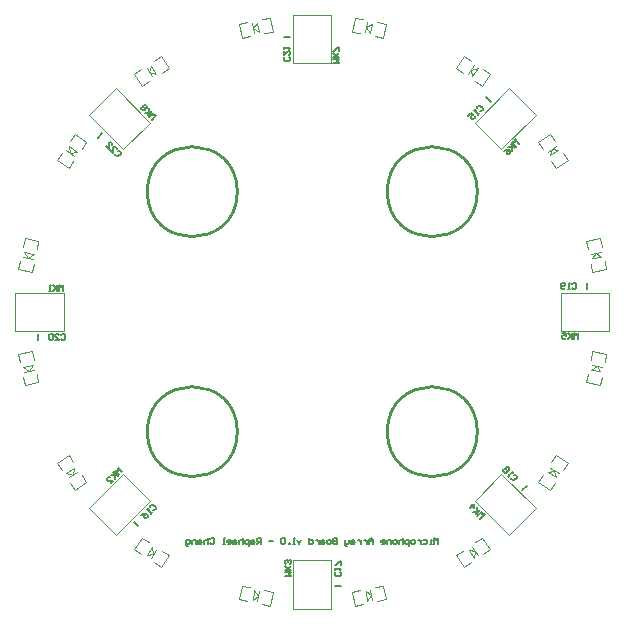
<source format=gbo>
G04 Layer_Color=48896*
%FSAX25Y25*%
%MOIN*%
G70*
G01*
G75*
%ADD30C,0.01000*%
%ADD53C,0.00394*%
%ADD54C,0.00500*%
D30*
X0484000Y0301500D02*
G03*
X0484000Y0301500I-0015000J0000000D01*
G01*
X0564000D02*
G03*
X0564000Y0301500I-0015000J0000000D01*
G01*
Y0221500D02*
G03*
X0564000Y0221500I-0015000J0000000D01*
G01*
X0484000D02*
G03*
X0484000Y0221500I-0015000J0000000D01*
G01*
D53*
X0434578Y0327013D02*
X0443487Y0335922D01*
X0434578Y0327013D02*
X0445992Y0315599D01*
X0454901Y0324508D01*
X0443487Y0335922D02*
X0454901Y0324508D01*
X0515299Y0344307D02*
Y0360449D01*
X0502701Y0344307D02*
X0515299D01*
X0502701D02*
Y0360449D01*
X0515299D01*
X0574513Y0335922D02*
X0583422Y0327013D01*
X0563099Y0324508D02*
X0574513Y0335922D01*
X0563099Y0324508D02*
X0572008Y0315599D01*
X0583422Y0327013D01*
X0591807Y0255201D02*
X0607949D01*
X0591807D02*
Y0267799D01*
X0607949D01*
Y0255201D02*
Y0267799D01*
X0574513Y0187078D02*
X0583422Y0195987D01*
X0572008Y0207401D02*
X0583422Y0195987D01*
X0563099Y0198492D02*
X0572008Y0207401D01*
X0563099Y0198492D02*
X0574513Y0187078D01*
X0502701Y0162551D02*
Y0178693D01*
X0515299D01*
Y0162551D02*
Y0178693D01*
X0502701Y0162551D02*
X0515299D01*
X0434578Y0195987D02*
X0443487Y0187078D01*
X0454901Y0198492D01*
X0445992Y0207401D02*
X0454901Y0198492D01*
X0434578Y0195987D02*
X0445992Y0207401D01*
X0410051Y0267799D02*
X0426193D01*
Y0255201D02*
Y0267799D01*
X0410051Y0255201D02*
X0426193D01*
X0410051D02*
Y0267799D01*
X0417151Y0240721D02*
X0417708Y0237922D01*
X0412517Y0239800D02*
X0413074Y0237000D01*
X0411000Y0247426D02*
X0411557Y0244626D01*
X0411000Y0247426D02*
X0415634Y0248347D01*
X0416191Y0245548D01*
X0413074Y0237000D02*
X0417708Y0237922D01*
X0412870Y0241557D02*
X0416153Y0242209D01*
X0412638Y0243135D02*
X0414511Y0241883D01*
X0415764Y0243757D01*
X0412656Y0243139D02*
X0415745Y0243753D01*
X0415634Y0274653D02*
X0416191Y0277452D01*
X0411000Y0275574D02*
X0411557Y0278374D01*
X0412517Y0283200D02*
X0413074Y0286000D01*
X0417708Y0285078D01*
X0417151Y0282279D02*
X0417708Y0285078D01*
X0411000Y0275574D02*
X0415634Y0274653D01*
X0412556Y0279862D02*
X0415838Y0279209D01*
X0412945Y0281409D02*
X0414197Y0279535D01*
X0416071Y0280788D01*
X0412963Y0281406D02*
X0416052Y0280791D01*
X0427774Y0309381D02*
X0429360Y0311754D01*
X0423846Y0312006D02*
X0425432Y0314379D01*
X0428166Y0318471D02*
X0429752Y0320844D01*
X0433680Y0318219D01*
X0432094Y0315846D02*
X0433680Y0318219D01*
X0423846Y0312006D02*
X0427774Y0309381D01*
X0426924Y0315372D02*
X0429706Y0313512D01*
X0427876Y0316653D02*
X0428315Y0314442D01*
X0430526Y0314882D01*
X0427891Y0316642D02*
X0430510Y0314892D01*
X0452281Y0336820D02*
X0454654Y0338406D01*
X0449656Y0340748D02*
X0452029Y0342334D01*
X0456121Y0345068D02*
X0458494Y0346654D01*
X0461119Y0342726D01*
X0458746Y0341140D02*
X0461119Y0342726D01*
X0449656Y0340748D02*
X0452281Y0336820D01*
X0453788Y0342680D02*
X0455647Y0339898D01*
X0454717Y0341289D02*
X0455157Y0343499D01*
X0454717Y0341289D02*
X0456928Y0340849D01*
X0455167Y0343484D02*
X0456917Y0340865D01*
X0485422Y0352792D02*
X0488221Y0353349D01*
X0484500Y0357426D02*
X0487300Y0357982D01*
X0492126Y0358943D02*
X0494926Y0359500D01*
X0495848Y0354866D01*
X0493048Y0354309D02*
X0495848Y0354866D01*
X0484500Y0357426D02*
X0485422Y0352792D01*
X0489056Y0357630D02*
X0489709Y0354347D01*
X0489383Y0355989D02*
X0490635Y0357862D01*
X0489383Y0355989D02*
X0491257Y0354736D01*
X0490639Y0357844D02*
X0491253Y0354755D01*
X0522153Y0354866D02*
X0524952Y0354309D01*
X0523074Y0359500D02*
X0525874Y0358943D01*
X0530700Y0357982D02*
X0533500Y0357426D01*
X0532578Y0352792D02*
X0533500Y0357426D01*
X0529779Y0353349D02*
X0532578Y0352792D01*
X0522153Y0354866D02*
X0523074Y0359500D01*
X0526709Y0354662D02*
X0527362Y0357944D01*
X0527035Y0356303D02*
X0528909Y0357555D01*
X0527035Y0356303D02*
X0528288Y0354429D01*
X0528291Y0354448D02*
X0528906Y0357537D01*
X0556881Y0342726D02*
X0559254Y0341140D01*
X0559506Y0346654D02*
X0561879Y0345068D01*
X0565971Y0342334D02*
X0568344Y0340748D01*
X0565719Y0336820D02*
X0568344Y0340748D01*
X0563346Y0338406D02*
X0565719Y0336820D01*
X0556881Y0342726D02*
X0559506Y0346654D01*
X0561013Y0340793D02*
X0562872Y0343576D01*
X0561942Y0342185D02*
X0564153Y0342624D01*
X0561942Y0342185D02*
X0562382Y0339974D01*
X0562392Y0339990D02*
X0564142Y0342609D01*
X0584320Y0318219D02*
X0585906Y0315846D01*
X0588248Y0320844D02*
X0589834Y0318471D01*
X0592568Y0314379D02*
X0594154Y0312006D01*
X0590226Y0309381D02*
X0594154Y0312006D01*
X0588640Y0311754D02*
X0590226Y0309381D01*
X0584320Y0318219D02*
X0588248Y0320844D01*
X0587398Y0314853D02*
X0590180Y0316712D01*
X0588789Y0315783D02*
X0590999Y0315343D01*
X0588349Y0313572D02*
X0588789Y0315783D01*
X0588365Y0313583D02*
X0590984Y0315333D01*
X0600292Y0285078D02*
X0600849Y0282279D01*
X0604926Y0286000D02*
X0605482Y0283200D01*
X0606443Y0278374D02*
X0606999Y0275574D01*
X0602366Y0274653D02*
X0606999Y0275574D01*
X0601809Y0277452D02*
X0602366Y0274653D01*
X0600292Y0285078D02*
X0604926Y0286000D01*
X0601847Y0280791D02*
X0605129Y0281443D01*
X0603488Y0281117D02*
X0605363Y0279865D01*
X0602236Y0279243D02*
X0603488Y0281117D01*
X0602255Y0279247D02*
X0605344Y0279861D01*
X0601809Y0245548D02*
X0602366Y0248347D01*
X0606443Y0244626D02*
X0606999Y0247426D01*
X0604926Y0237000D02*
X0605482Y0239800D01*
X0600292Y0237922D02*
X0604926Y0237000D01*
X0600292Y0237922D02*
X0600849Y0240721D01*
X0602366Y0248347D02*
X0606999Y0247426D01*
X0602162Y0243791D02*
X0605444Y0243138D01*
X0603803Y0243465D02*
X0605055Y0241591D01*
X0601929Y0242212D02*
X0603803Y0243465D01*
X0601948Y0242209D02*
X0605037Y0241594D01*
X0588640Y0211246D02*
X0590226Y0213619D01*
X0592568Y0208621D02*
X0594154Y0210994D01*
X0588248Y0202156D02*
X0589834Y0204529D01*
X0584320Y0204781D02*
X0588248Y0202156D01*
X0584320Y0204781D02*
X0585906Y0207154D01*
X0590226Y0213619D02*
X0594154Y0210994D01*
X0588294Y0209488D02*
X0591076Y0207628D01*
X0589685Y0208558D02*
X0590125Y0206347D01*
X0587474Y0208118D02*
X0589685Y0208558D01*
X0587490Y0208108D02*
X0590109Y0206358D01*
X0563346Y0184594D02*
X0565719Y0186180D01*
X0565971Y0180666D02*
X0568344Y0182252D01*
X0559506Y0176346D02*
X0561879Y0177932D01*
X0556881Y0180274D02*
X0559506Y0176346D01*
X0556881Y0180274D02*
X0559254Y0181860D01*
X0565719Y0186180D02*
X0568344Y0182252D01*
X0562353Y0183102D02*
X0564213Y0180320D01*
X0562843Y0179501D02*
X0563283Y0181711D01*
X0561072Y0182151D02*
X0563283Y0181711D01*
X0561083Y0182135D02*
X0562833Y0179516D01*
X0529779Y0169651D02*
X0532578Y0170208D01*
X0530700Y0165017D02*
X0533500Y0165574D01*
X0523074Y0163500D02*
X0525874Y0164057D01*
X0522153Y0168134D02*
X0523074Y0163500D01*
X0522153Y0168134D02*
X0524952Y0168691D01*
X0532578Y0170208D02*
X0533500Y0165574D01*
X0528291Y0168653D02*
X0528943Y0165370D01*
X0527365Y0165138D02*
X0528617Y0167011D01*
X0526743Y0168264D02*
X0528617Y0167011D01*
X0526747Y0168245D02*
X0527361Y0165156D01*
X0493048Y0168691D02*
X0495848Y0168134D01*
X0492126Y0164057D02*
X0494926Y0163500D01*
X0484500Y0165574D02*
X0487300Y0165017D01*
X0484500Y0165574D02*
X0485422Y0170208D01*
X0488221Y0169651D01*
X0494926Y0163500D02*
X0495848Y0168134D01*
X0490638Y0165056D02*
X0491291Y0168338D01*
X0489091Y0165445D02*
X0490965Y0166697D01*
X0489712Y0168571D02*
X0490965Y0166697D01*
X0489094Y0165463D02*
X0489709Y0168552D01*
X0458746Y0181860D02*
X0461119Y0180274D01*
X0456121Y0177932D02*
X0458494Y0176346D01*
X0449656Y0182252D02*
X0452029Y0180666D01*
X0449656Y0182252D02*
X0452281Y0186180D01*
X0454654Y0184594D01*
X0458494Y0176346D02*
X0461119Y0180274D01*
X0455128Y0179424D02*
X0456987Y0182206D01*
X0453847Y0180376D02*
X0456058Y0180815D01*
X0455618Y0183026D02*
X0456058Y0180815D01*
X0453858Y0180391D02*
X0455608Y0183010D01*
X0432094Y0207154D02*
X0433680Y0204781D01*
X0428166Y0204529D02*
X0429752Y0202156D01*
X0423846Y0210994D02*
X0425432Y0208621D01*
X0423846Y0210994D02*
X0427774Y0213619D01*
X0429360Y0211246D01*
X0429752Y0202156D02*
X0433680Y0204781D01*
X0427820Y0206288D02*
X0430602Y0208147D01*
X0427001Y0207657D02*
X0429211Y0207217D01*
X0429651Y0209428D01*
X0427016Y0207667D02*
X0429635Y0209417D01*
D54*
X0437582Y0319483D02*
X0438996Y0320897D01*
X0499500Y0353000D02*
X0501500D01*
X0417500Y0254000D02*
X0417500Y0252000D01*
X0600500Y0269000D02*
Y0271000D01*
X0579004Y0202103D02*
X0580418Y0203517D01*
X0516500Y0170000D02*
X0518500D01*
X0449603Y0191496D02*
X0451017Y0190082D01*
X0566983Y0332918D02*
X0568397Y0331504D01*
X0426000Y0268500D02*
Y0270499D01*
X0425334Y0269833D01*
X0424667Y0270499D01*
Y0268500D01*
X0424001Y0270499D02*
Y0268500D01*
Y0269166D01*
X0422668Y0270499D01*
X0423667Y0269500D01*
X0422668Y0268500D01*
X0422001D02*
X0421335D01*
X0421668D01*
Y0270499D01*
X0422001Y0270166D01*
X0455500Y0325500D02*
X0456914Y0326914D01*
X0455971D01*
Y0327856D01*
X0454558Y0326443D01*
X0455500Y0328327D02*
X0454086Y0326914D01*
X0454558Y0327385D01*
Y0329270D01*
Y0327856D01*
X0453144D01*
X0453851Y0329506D02*
Y0329977D01*
X0453379Y0330448D01*
X0452908D01*
X0452672Y0330212D01*
Y0329741D01*
X0452201Y0329741D01*
X0451966Y0329506D01*
X0451966Y0329034D01*
X0452437Y0328563D01*
X0452908D01*
X0453144Y0328799D01*
Y0329270D01*
X0453615Y0329270D01*
X0453851Y0329506D01*
X0453144Y0329270D02*
X0452672Y0329741D01*
X0516000Y0344500D02*
X0517999D01*
X0517333Y0345166D01*
X0517999Y0345833D01*
X0516000D01*
X0517999Y0346499D02*
X0516000D01*
X0516666D01*
X0517999Y0347832D01*
X0517000Y0346833D01*
X0516000Y0347832D01*
X0517999Y0348499D02*
Y0349832D01*
X0517666D01*
X0516333Y0348499D01*
X0516000D01*
X0578000Y0317500D02*
X0576586Y0318914D01*
Y0317971D01*
X0575644D01*
X0577058Y0316558D01*
X0575173Y0317500D02*
X0576586Y0316086D01*
X0576115Y0316558D01*
X0574230D01*
X0575644D01*
Y0315144D01*
X0572816D02*
X0573523Y0315379D01*
X0574466D01*
X0574937Y0314908D01*
Y0314437D01*
X0574466Y0313966D01*
X0573994Y0313966D01*
X0573759Y0314201D01*
X0573759Y0314672D01*
X0574466Y0315379D01*
X0597500Y0252500D02*
Y0254499D01*
X0596834Y0253833D01*
X0596167Y0254499D01*
Y0252500D01*
X0595501Y0254499D02*
Y0252500D01*
Y0253166D01*
X0594168Y0254499D01*
X0595167Y0253500D01*
X0594168Y0252500D01*
X0592168Y0254499D02*
X0593501D01*
Y0253500D01*
X0592835Y0253833D01*
X0592502D01*
X0592168Y0253500D01*
Y0252833D01*
X0592502Y0252500D01*
X0593168D01*
X0593501Y0252833D01*
X0565000Y0192500D02*
X0566414Y0193914D01*
X0565471D01*
Y0194856D01*
X0564057Y0193442D01*
X0565000Y0195327D02*
X0563586Y0193914D01*
X0564057Y0194385D01*
Y0196270D01*
Y0194856D01*
X0562644D01*
X0561466Y0196034D02*
X0562879Y0197448D01*
Y0196034D01*
X0561937Y0196977D01*
X0500000Y0173500D02*
X0501999D01*
X0501333Y0174167D01*
X0501999Y0174833D01*
X0500000D01*
X0501999Y0175499D02*
X0500000D01*
X0500666D01*
X0501999Y0176832D01*
X0501000Y0175833D01*
X0500000Y0176832D01*
X0501666Y0177499D02*
X0501999Y0177832D01*
Y0178498D01*
X0501666Y0178832D01*
X0501333D01*
X0501000Y0178498D01*
Y0178165D01*
Y0178498D01*
X0500666Y0178832D01*
X0500333D01*
X0500000Y0178498D01*
Y0177832D01*
X0500333Y0177499D01*
X0445500Y0208000D02*
X0444086Y0209414D01*
Y0208471D01*
X0443144D01*
X0444558Y0207057D01*
X0442672Y0208000D02*
X0444086Y0206586D01*
X0443615Y0207057D01*
X0441730D01*
X0443144D01*
Y0205644D01*
X0441730Y0204230D02*
X0442672Y0205172D01*
X0440788D01*
X0440552Y0205408D01*
Y0205879D01*
X0441023Y0206351D01*
X0441494D01*
X0444236Y0315121D02*
X0444707D01*
X0445178Y0314649D01*
X0445178Y0314178D01*
X0444236Y0313236D01*
X0443764D01*
X0443293Y0313707D01*
X0443293Y0314178D01*
X0441644Y0315356D02*
X0442586Y0314414D01*
Y0316299D01*
X0442822Y0316534D01*
X0443293D01*
X0443764Y0316063D01*
X0443764Y0315592D01*
X0440230Y0316770D02*
X0441173Y0315827D01*
Y0317712D01*
X0441408Y0317948D01*
X0441879D01*
X0442351Y0317477D01*
Y0317006D01*
X0501166Y0346333D02*
X0501499Y0346000D01*
Y0345333D01*
X0501166Y0345000D01*
X0499833D01*
X0499500Y0345333D01*
Y0346000D01*
X0499833Y0346333D01*
X0499500Y0348332D02*
Y0346999D01*
X0500833Y0348332D01*
X0501166D01*
X0501499Y0347999D01*
Y0347333D01*
X0501166Y0346999D01*
X0499500Y0348999D02*
Y0349665D01*
Y0349332D01*
X0501499D01*
X0501166Y0348999D01*
X0425167Y0253666D02*
X0425500Y0253999D01*
X0426167D01*
X0426500Y0253666D01*
Y0252333D01*
X0426167Y0252000D01*
X0425500D01*
X0425167Y0252333D01*
X0423168Y0252000D02*
X0424501D01*
X0423168Y0253333D01*
Y0253666D01*
X0423501Y0253999D01*
X0424167D01*
X0424501Y0253666D01*
X0422501D02*
X0422168Y0253999D01*
X0421502D01*
X0421168Y0253666D01*
Y0252333D01*
X0421502Y0252000D01*
X0422168D01*
X0422501Y0252333D01*
Y0253666D01*
X0595667Y0270666D02*
X0596000Y0270999D01*
X0596667D01*
X0597000Y0270666D01*
Y0269333D01*
X0596667Y0269000D01*
X0596000D01*
X0595667Y0269333D01*
X0595001Y0269000D02*
X0594334D01*
X0594667D01*
Y0270999D01*
X0595001Y0270666D01*
X0593334Y0269333D02*
X0593001Y0269000D01*
X0592335D01*
X0592002Y0269333D01*
Y0270666D01*
X0592335Y0270999D01*
X0593001D01*
X0593334Y0270666D01*
Y0270333D01*
X0593001Y0270000D01*
X0592002D01*
X0576236Y0207121D02*
X0576707D01*
X0577178Y0206649D01*
X0577178Y0206178D01*
X0576236Y0205236D01*
X0575764D01*
X0575293Y0205707D01*
X0575293Y0206178D01*
X0574586Y0206414D02*
X0574115Y0206885D01*
X0574351Y0206649D01*
X0575764Y0208063D01*
X0575764Y0207592D01*
X0574586Y0208770D02*
X0574586Y0209241D01*
X0574115Y0209713D01*
X0573644D01*
X0573408Y0209477D01*
Y0209006D01*
X0572937Y0209006D01*
X0572701Y0208770D01*
X0572701Y0208299D01*
X0573173Y0207827D01*
X0573644D01*
X0573879Y0208063D01*
Y0208534D01*
X0574351Y0208534D01*
X0574586Y0208770D01*
X0573879Y0208534D02*
X0573408Y0209006D01*
X0518166Y0174833D02*
X0518499Y0174500D01*
Y0173833D01*
X0518166Y0173500D01*
X0516833D01*
X0516500Y0173833D01*
Y0174500D01*
X0516833Y0174833D01*
X0516500Y0175499D02*
Y0176166D01*
Y0175833D01*
X0518499D01*
X0518166Y0175499D01*
X0518499Y0177165D02*
Y0178498D01*
X0518166D01*
X0516833Y0177165D01*
X0516500D01*
X0454879Y0196236D02*
Y0196707D01*
X0455351Y0197178D01*
X0455822Y0197178D01*
X0456764Y0196236D01*
Y0195764D01*
X0456293Y0195293D01*
X0455822Y0195293D01*
X0455586Y0194586D02*
X0455115Y0194115D01*
X0455351Y0194351D01*
X0453937Y0195764D01*
X0454408Y0195764D01*
X0452052Y0193879D02*
X0452759Y0194115D01*
X0453701D01*
X0454173Y0193644D01*
Y0193173D01*
X0453701Y0192701D01*
X0453230Y0192701D01*
X0452994Y0192937D01*
X0452994Y0193408D01*
X0453701Y0194115D01*
X0563879Y0329236D02*
Y0329707D01*
X0564351Y0330178D01*
X0564822Y0330178D01*
X0565764Y0329236D01*
Y0328764D01*
X0565293Y0328293D01*
X0564822Y0328293D01*
X0564586Y0327586D02*
X0564115Y0327115D01*
X0564351Y0327351D01*
X0562937Y0328764D01*
X0563408Y0328764D01*
X0561052Y0326879D02*
X0561994Y0327822D01*
X0562701Y0327115D01*
X0561994Y0326879D01*
X0561759Y0326644D01*
Y0326172D01*
X0562230Y0325701D01*
X0562701Y0325701D01*
X0563172Y0326172D01*
Y0326644D01*
X0551000Y0184000D02*
Y0185999D01*
X0550334Y0185333D01*
X0549667Y0185999D01*
Y0184000D01*
X0549001D02*
X0548334D01*
X0548667D01*
Y0185333D01*
X0549001D01*
X0546002D02*
X0547001D01*
X0547334Y0185000D01*
Y0184333D01*
X0547001Y0184000D01*
X0546002D01*
X0545335Y0185333D02*
Y0184000D01*
Y0184667D01*
X0545002Y0185000D01*
X0544669Y0185333D01*
X0544336D01*
X0543003Y0184000D02*
X0542336D01*
X0542003Y0184333D01*
Y0185000D01*
X0542336Y0185333D01*
X0543003D01*
X0543336Y0185000D01*
Y0184333D01*
X0543003Y0184000D01*
X0541336Y0183334D02*
Y0185333D01*
X0540337D01*
X0540004Y0185000D01*
Y0184333D01*
X0540337Y0184000D01*
X0541336D01*
X0539337Y0185999D02*
Y0184000D01*
Y0185000D01*
X0539004Y0185333D01*
X0538337D01*
X0538004Y0185000D01*
Y0184000D01*
X0537005D02*
X0536338D01*
X0536005Y0184333D01*
Y0185000D01*
X0536338Y0185333D01*
X0537005D01*
X0537338Y0185000D01*
Y0184333D01*
X0537005Y0184000D01*
X0535338D02*
Y0185333D01*
X0534339D01*
X0534005Y0185000D01*
Y0184000D01*
X0532339D02*
X0533006D01*
X0533339Y0184333D01*
Y0185000D01*
X0533006Y0185333D01*
X0532339D01*
X0532006Y0185000D01*
Y0184667D01*
X0533339D01*
X0529340Y0184000D02*
Y0185333D01*
X0528674Y0185999D01*
X0528008Y0185333D01*
Y0184000D01*
Y0185000D01*
X0529340D01*
X0527341Y0185333D02*
Y0184000D01*
Y0184667D01*
X0527008Y0185000D01*
X0526675Y0185333D01*
X0526341D01*
X0525342D02*
Y0184000D01*
Y0184667D01*
X0525008Y0185000D01*
X0524675Y0185333D01*
X0524342D01*
X0523009D02*
X0522343D01*
X0522009Y0185000D01*
Y0184000D01*
X0523009D01*
X0523342Y0184333D01*
X0523009Y0184667D01*
X0522009D01*
X0521343Y0185333D02*
Y0184333D01*
X0521010Y0184000D01*
X0520010D01*
Y0183667D01*
X0520343Y0183334D01*
X0520677D01*
X0520010Y0184000D02*
Y0185333D01*
X0517344Y0185999D02*
Y0184000D01*
X0516345D01*
X0516011Y0184333D01*
Y0184667D01*
X0516345Y0185000D01*
X0517344D01*
X0516345D01*
X0516011Y0185333D01*
Y0185666D01*
X0516345Y0185999D01*
X0517344D01*
X0515012Y0184000D02*
X0514345D01*
X0514012Y0184333D01*
Y0185000D01*
X0514345Y0185333D01*
X0515012D01*
X0515345Y0185000D01*
Y0184333D01*
X0515012Y0184000D01*
X0513012Y0185333D02*
X0512346D01*
X0512013Y0185000D01*
Y0184000D01*
X0513012D01*
X0513346Y0184333D01*
X0513012Y0184667D01*
X0512013D01*
X0511346Y0185333D02*
Y0184000D01*
Y0184667D01*
X0511013Y0185000D01*
X0510680Y0185333D01*
X0510347D01*
X0508014Y0185999D02*
Y0184000D01*
X0509014D01*
X0509347Y0184333D01*
Y0185000D01*
X0509014Y0185333D01*
X0508014D01*
X0505348D02*
X0504682Y0184000D01*
X0504015Y0185333D01*
X0503349Y0184000D02*
X0502682D01*
X0503016D01*
Y0185999D01*
X0503349Y0185666D01*
X0501683Y0184000D02*
Y0184333D01*
X0501349D01*
Y0184000D01*
X0501683D01*
X0500017Y0185666D02*
X0499683Y0185999D01*
X0499017D01*
X0498684Y0185666D01*
Y0184333D01*
X0499017Y0184000D01*
X0499683D01*
X0500017Y0184333D01*
Y0185666D01*
X0496018Y0185000D02*
X0494685D01*
X0492019Y0184000D02*
Y0185999D01*
X0491019D01*
X0490686Y0185666D01*
Y0185000D01*
X0491019Y0184667D01*
X0492019D01*
X0491353D02*
X0490686Y0184000D01*
X0489687Y0185333D02*
X0489020D01*
X0488687Y0185000D01*
Y0184000D01*
X0489687D01*
X0490020Y0184333D01*
X0489687Y0184667D01*
X0488687D01*
X0488021Y0183334D02*
Y0185333D01*
X0487021D01*
X0486688Y0185000D01*
Y0184333D01*
X0487021Y0184000D01*
X0488021D01*
X0486021Y0185999D02*
Y0184000D01*
Y0185000D01*
X0485688Y0185333D01*
X0485021D01*
X0484688Y0185000D01*
Y0184000D01*
X0483688Y0185333D02*
X0483022D01*
X0482689Y0185000D01*
Y0184000D01*
X0483688D01*
X0484022Y0184333D01*
X0483688Y0184667D01*
X0482689D01*
X0481023Y0184000D02*
X0481689D01*
X0482022Y0184333D01*
Y0185000D01*
X0481689Y0185333D01*
X0481023D01*
X0480689Y0185000D01*
Y0184667D01*
X0482022D01*
X0480023Y0184000D02*
X0479357D01*
X0479690D01*
Y0185999D01*
X0480023D01*
X0475025Y0185666D02*
X0475358Y0185999D01*
X0476024D01*
X0476358Y0185666D01*
Y0184333D01*
X0476024Y0184000D01*
X0475358D01*
X0475025Y0184333D01*
X0474358Y0185999D02*
Y0184000D01*
Y0185000D01*
X0474025Y0185333D01*
X0473359D01*
X0473025Y0185000D01*
Y0184000D01*
X0472026Y0185333D02*
X0471359D01*
X0471026Y0185000D01*
Y0184000D01*
X0472026D01*
X0472359Y0184333D01*
X0472026Y0184667D01*
X0471026D01*
X0470360Y0184000D02*
Y0185333D01*
X0469360D01*
X0469027Y0185000D01*
Y0184000D01*
X0467694Y0183334D02*
X0467360D01*
X0467027Y0183667D01*
Y0185333D01*
X0468027D01*
X0468360Y0185000D01*
Y0184333D01*
X0468027Y0184000D01*
X0467027D01*
M02*

</source>
